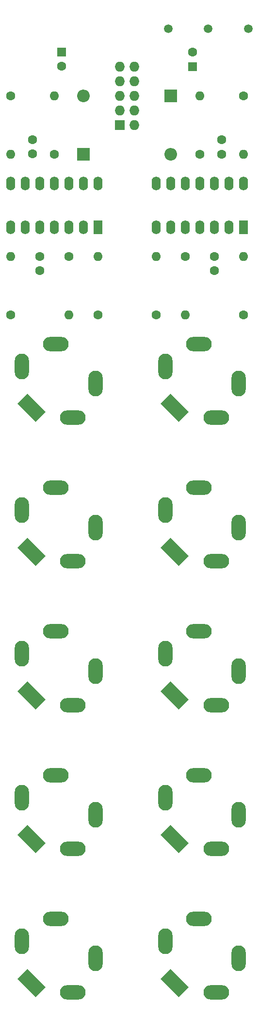
<source format=gbs>
G04 #@! TF.GenerationSoftware,KiCad,Pcbnew,7.0.0-rc2-unknown-92a61b187f~165~ubuntu22.04.1*
G04 #@! TF.CreationDate,2023-02-10T20:25:43-05:00*
G04 #@! TF.ProjectId,multiples,6d756c74-6970-46c6-9573-2e6b69636164,rev?*
G04 #@! TF.SameCoordinates,Original*
G04 #@! TF.FileFunction,Soldermask,Bot*
G04 #@! TF.FilePolarity,Negative*
%FSLAX46Y46*%
G04 Gerber Fmt 4.6, Leading zero omitted, Abs format (unit mm)*
G04 Created by KiCad (PCBNEW 7.0.0-rc2-unknown-92a61b187f~165~ubuntu22.04.1) date 2023-02-10 20:25:43*
%MOMM*%
%LPD*%
G01*
G04 APERTURE LIST*
G04 Aperture macros list*
%AMRotRect*
0 Rectangle, with rotation*
0 The origin of the aperture is its center*
0 $1 length*
0 $2 width*
0 $3 Rotation angle, in degrees counterclockwise*
0 Add horizontal line*
21,1,$1,$2,0,0,$3*%
G04 Aperture macros list end*
%ADD10O,2.500000X4.500001*%
%ADD11O,4.500001X2.500001*%
%ADD12RotRect,4.500001X2.500001X315.000000*%
%ADD13O,4.500000X2.500000*%
%ADD14O,2.500000X4.500000*%
%ADD15C,1.500000*%
%ADD16C,1.600000*%
%ADD17O,1.600000X1.600000*%
%ADD18R,1.600000X2.400000*%
%ADD19O,1.600000X2.400000*%
%ADD20R,1.727200X1.727200*%
%ADD21O,1.727200X1.727200*%
%ADD22R,1.600000X1.600000*%
%ADD23R,2.200000X2.200000*%
%ADD24O,2.200000X2.200000*%
G04 APERTURE END LIST*
D10*
G04 #@! TO.C,J8*
X218899999Y-138499999D03*
D11*
X214999999Y-144399999D03*
D12*
X207759999Y-142739999D03*
D13*
X211999999Y-131599999D03*
D14*
X206099999Y-135499999D03*
G04 #@! TD*
D10*
G04 #@! TO.C,J7*
X218899999Y-113499999D03*
D11*
X214999999Y-119399999D03*
D12*
X207759999Y-117739999D03*
D13*
X211999999Y-106599999D03*
D14*
X206099999Y-110499999D03*
G04 #@! TD*
D10*
G04 #@! TO.C,J5*
X193899999Y-188499999D03*
D11*
X189999999Y-194399999D03*
D12*
X182759999Y-192739999D03*
D13*
X186999999Y-181599999D03*
D14*
X181099999Y-185499999D03*
G04 #@! TD*
D15*
G04 #@! TO.C,TP3*
X213550000Y-51740000D03*
G04 #@! TD*
G04 #@! TO.C,TP2*
X206680000Y-51740000D03*
G04 #@! TD*
D10*
G04 #@! TO.C,J9*
X218899999Y-163499999D03*
D11*
X214999999Y-169399999D03*
D12*
X207759999Y-167739999D03*
D13*
X211999999Y-156599999D03*
D14*
X206099999Y-160499999D03*
G04 #@! TD*
D10*
G04 #@! TO.C,J4*
X193899999Y-163499999D03*
D11*
X189999999Y-169399999D03*
D12*
X182759999Y-167739999D03*
D13*
X186999999Y-156599999D03*
D14*
X181099999Y-160499999D03*
G04 #@! TD*
D10*
G04 #@! TO.C,J3*
X193899999Y-138499999D03*
D11*
X189999999Y-144399999D03*
D12*
X182759999Y-142739999D03*
D13*
X186999999Y-131599999D03*
D14*
X181099999Y-135499999D03*
G04 #@! TD*
D10*
G04 #@! TO.C,J10*
X218899999Y-188499999D03*
D11*
X214999999Y-194399999D03*
D12*
X207759999Y-192739999D03*
D13*
X211999999Y-181599999D03*
D14*
X206099999Y-185499999D03*
G04 #@! TD*
D10*
G04 #@! TO.C,J6*
X193899999Y-213499999D03*
D11*
X189999999Y-219399999D03*
D12*
X182759999Y-217739999D03*
D13*
X186999999Y-206599999D03*
D14*
X181099999Y-210499999D03*
G04 #@! TD*
D15*
G04 #@! TO.C,TP1*
X220650000Y-51740000D03*
G04 #@! TD*
D10*
G04 #@! TO.C,J11*
X218899999Y-213499999D03*
D11*
X214999999Y-219399999D03*
D12*
X207759999Y-217739999D03*
D13*
X211999999Y-206599999D03*
D14*
X206099999Y-210499999D03*
G04 #@! TD*
D10*
G04 #@! TO.C,J2*
X193899999Y-113499999D03*
D11*
X189999999Y-119399999D03*
D12*
X182759999Y-117739999D03*
D13*
X186999999Y-106599999D03*
D14*
X181099999Y-110499999D03*
G04 #@! TD*
D16*
G04 #@! TO.C,R9*
X212160000Y-73560000D03*
D17*
X212159999Y-63399999D03*
G04 #@! TD*
D16*
G04 #@! TO.C,C6*
X215970000Y-71060000D03*
X215970000Y-73560000D03*
G04 #@! TD*
G04 #@! TO.C,R2*
X194380000Y-101500000D03*
D17*
X194379999Y-91339999D03*
G04 #@! TD*
D18*
G04 #@! TO.C,U2*
X219779999Y-86259999D03*
D19*
X217239999Y-86259999D03*
X214699999Y-86259999D03*
X212159999Y-86259999D03*
X209619999Y-86259999D03*
X207079999Y-86259999D03*
X204539999Y-86259999D03*
X204539999Y-78639999D03*
X207079999Y-78639999D03*
X209619999Y-78639999D03*
X212159999Y-78639999D03*
X214699999Y-78639999D03*
X217239999Y-78639999D03*
X219779999Y-78639999D03*
G04 #@! TD*
D18*
G04 #@! TO.C,U1*
X194379999Y-86259999D03*
D19*
X191839999Y-86259999D03*
X189299999Y-86259999D03*
X186759999Y-86259999D03*
X184219999Y-86259999D03*
X181679999Y-86259999D03*
X179139999Y-86259999D03*
X179139999Y-78639999D03*
X181679999Y-78639999D03*
X184219999Y-78639999D03*
X186759999Y-78639999D03*
X189299999Y-78639999D03*
X191839999Y-78639999D03*
X194379999Y-78639999D03*
G04 #@! TD*
D16*
G04 #@! TO.C,C5*
X214700000Y-91340000D03*
X214700000Y-93840000D03*
G04 #@! TD*
G04 #@! TO.C,R4*
X179140000Y-63400000D03*
D17*
X179139999Y-73559999D03*
G04 #@! TD*
D16*
G04 #@! TO.C,R6*
X209620000Y-91340000D03*
D17*
X209619999Y-101499999D03*
G04 #@! TD*
D16*
G04 #@! TO.C,R5*
X186760000Y-73560000D03*
D17*
X186759999Y-63399999D03*
G04 #@! TD*
D20*
G04 #@! TO.C,J1*
X198189999Y-68479999D03*
D21*
X200729999Y-68479999D03*
X198189999Y-65939999D03*
X200729999Y-65939999D03*
X198189999Y-63399999D03*
X200729999Y-63399999D03*
X198189999Y-60859999D03*
X200729999Y-60859999D03*
X198189999Y-58319999D03*
X200729999Y-58319999D03*
G04 #@! TD*
D16*
G04 #@! TO.C,R3*
X179140000Y-101500000D03*
D17*
X179139999Y-91339999D03*
G04 #@! TD*
D16*
G04 #@! TO.C,C4*
X182950000Y-71020000D03*
X182950000Y-73520000D03*
G04 #@! TD*
G04 #@! TO.C,R1*
X189300000Y-91340000D03*
D17*
X189299999Y-101499999D03*
G04 #@! TD*
D16*
G04 #@! TO.C,R10*
X219780000Y-63400000D03*
D17*
X219779999Y-73559999D03*
G04 #@! TD*
D16*
G04 #@! TO.C,R8*
X204540000Y-101500000D03*
D17*
X204539999Y-91339999D03*
G04 #@! TD*
D16*
G04 #@! TO.C,C3*
X184220000Y-91340000D03*
X184220000Y-93840000D03*
G04 #@! TD*
D22*
G04 #@! TO.C,C2*
X188029999Y-55779999D03*
D16*
X188030000Y-58280000D03*
G04 #@! TD*
G04 #@! TO.C,R7*
X219780000Y-101500000D03*
D17*
X219779999Y-91339999D03*
G04 #@! TD*
D22*
G04 #@! TO.C,C1*
X210889999Y-58319999D03*
D16*
X210890000Y-55820000D03*
G04 #@! TD*
D23*
G04 #@! TO.C,D2*
X191839999Y-73559999D03*
D24*
X191839999Y-63399999D03*
G04 #@! TD*
D23*
G04 #@! TO.C,D1*
X207079999Y-63399999D03*
D24*
X207079999Y-73559999D03*
G04 #@! TD*
M02*

</source>
